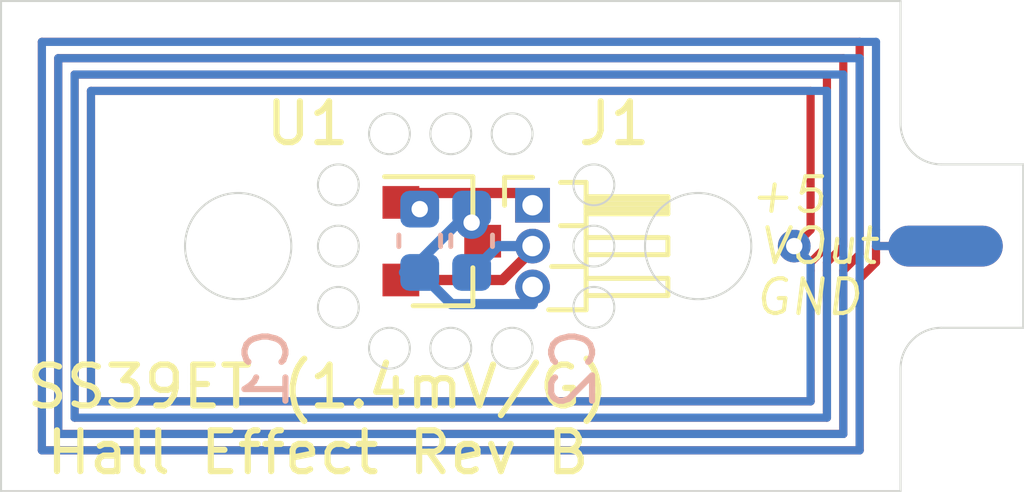
<source format=kicad_pcb>
(kicad_pcb (version 20171130) (host pcbnew "(5.1.8)-1")

  (general
    (thickness 1.6)
    (drawings 30)
    (tracks 73)
    (zones 0)
    (modules 4)
    (nets 4)
  )

  (page A4)
  (layers
    (0 F.Cu signal)
    (31 B.Cu signal hide)
    (32 B.Adhes user)
    (33 F.Adhes user hide)
    (34 B.Paste user hide)
    (35 F.Paste user hide)
    (36 B.SilkS user)
    (37 F.SilkS user)
    (38 B.Mask user hide)
    (39 F.Mask user hide)
    (40 Dwgs.User user hide)
    (41 Cmts.User user hide)
    (42 Eco1.User user hide)
    (43 Eco2.User user hide)
    (44 Edge.Cuts user)
    (45 Margin user hide)
    (46 B.CrtYd user hide)
    (47 F.CrtYd user hide)
    (48 B.Fab user hide)
    (49 F.Fab user hide)
  )

  (setup
    (last_trace_width 0.25)
    (user_trace_width 0.2)
    (user_trace_width 1)
    (trace_clearance 0.2)
    (zone_clearance 0.2508)
    (zone_45_only yes)
    (trace_min 0.2)
    (via_size 0.8)
    (via_drill 0.4)
    (via_min_size 0.4)
    (via_min_drill 0.3)
    (uvia_size 0.3)
    (uvia_drill 0.1)
    (uvias_allowed no)
    (uvia_min_size 0.2)
    (uvia_min_drill 0.1)
    (edge_width 0.05)
    (segment_width 0.2)
    (pcb_text_width 0.3)
    (pcb_text_size 1.5 1.5)
    (mod_edge_width 0.12)
    (mod_text_size 1 1)
    (mod_text_width 0.15)
    (pad_size 1.524 1.524)
    (pad_drill 0.762)
    (pad_to_mask_clearance 0)
    (aux_axis_origin 0 0)
    (visible_elements 7FFFFFFF)
    (pcbplotparams
      (layerselection 0x010fc_ffffffff)
      (usegerberextensions false)
      (usegerberattributes true)
      (usegerberadvancedattributes true)
      (creategerberjobfile true)
      (excludeedgelayer true)
      (linewidth 0.100000)
      (plotframeref false)
      (viasonmask false)
      (mode 1)
      (useauxorigin false)
      (hpglpennumber 1)
      (hpglpenspeed 20)
      (hpglpendiameter 15.000000)
      (psnegative false)
      (psa4output false)
      (plotreference true)
      (plotvalue true)
      (plotinvisibletext false)
      (padsonsilk false)
      (subtractmaskfromsilk false)
      (outputformat 1)
      (mirror false)
      (drillshape 0)
      (scaleselection 1)
      (outputdirectory "HallEffectGerber_V2update/"))
  )

  (net 0 "")
  (net 1 GND)
  (net 2 +5V)
  (net 3 "Net-(C2-Pad1)")

  (net_class Default "This is the default net class."
    (clearance 0.2)
    (trace_width 0.25)
    (via_dia 0.8)
    (via_drill 0.4)
    (uvia_dia 0.3)
    (uvia_drill 0.1)
    (add_net +5V)
    (add_net GND)
    (add_net "Net-(C2-Pad1)")
  )

  (module Package_TO_SOT_SMD:SOT-23 (layer F.Cu) (tedit 5A02FF57) (tstamp 5FE0115B)
    (at 170.780001 79.880001)
    (descr "SOT-23, Standard")
    (tags SOT-23)
    (path /60345513)
    (attr smd)
    (fp_text reference U1 (at -3.280001 -2.880001) (layer F.SilkS)
      (effects (font (size 1 1) (thickness 0.15)))
    )
    (fp_text value HallEffect (at 0 2.5) (layer F.Fab)
      (effects (font (size 1 1) (thickness 0.15)))
    )
    (fp_line (start -0.7 -0.95) (end -0.7 1.5) (layer F.Fab) (width 0.1))
    (fp_line (start -0.15 -1.52) (end 0.7 -1.52) (layer F.Fab) (width 0.1))
    (fp_line (start -0.7 -0.95) (end -0.15 -1.52) (layer F.Fab) (width 0.1))
    (fp_line (start 0.7 -1.52) (end 0.7 1.52) (layer F.Fab) (width 0.1))
    (fp_line (start -0.7 1.52) (end 0.7 1.52) (layer F.Fab) (width 0.1))
    (fp_line (start 0.76 1.58) (end 0.76 0.65) (layer F.SilkS) (width 0.12))
    (fp_line (start 0.76 -1.58) (end 0.76 -0.65) (layer F.SilkS) (width 0.12))
    (fp_line (start -1.7 -1.75) (end 1.7 -1.75) (layer F.CrtYd) (width 0.05))
    (fp_line (start 1.7 -1.75) (end 1.7 1.75) (layer F.CrtYd) (width 0.05))
    (fp_line (start 1.7 1.75) (end -1.7 1.75) (layer F.CrtYd) (width 0.05))
    (fp_line (start -1.7 1.75) (end -1.7 -1.75) (layer F.CrtYd) (width 0.05))
    (fp_line (start 0.76 -1.58) (end -1.4 -1.58) (layer F.SilkS) (width 0.12))
    (fp_line (start 0.76 1.58) (end -0.7 1.58) (layer F.SilkS) (width 0.12))
    (fp_text user %R (at 0 0 90) (layer F.Fab)
      (effects (font (size 0.5 0.5) (thickness 0.075)))
    )
    (pad 3 smd rect (at 1 0) (size 0.9 0.8) (layers F.Cu F.Paste F.Mask)
      (net 1 GND))
    (pad 2 smd rect (at -1 0.95) (size 0.9 0.8) (layers F.Cu F.Paste F.Mask)
      (net 3 "Net-(C2-Pad1)"))
    (pad 1 smd rect (at -1 -0.95) (size 0.9 0.8) (layers F.Cu F.Paste F.Mask)
      (net 2 +5V))
    (model ${KISYS3DMOD}/Package_TO_SOT_SMD.3dshapes/SOT-23.wrl
      (at (xyz 0 0 0))
      (scale (xyz 1 1 1))
      (rotate (xyz 0 0 0))
    )
  )

  (module Connector_PinHeader_1.00mm:PinHeader_1x03_P1.00mm_Horizontal (layer F.Cu) (tedit 59FED737) (tstamp 60F09BBC)
    (at 173 79)
    (descr "Through hole angled pin header, 1x03, 1.00mm pitch, 2.0mm pin length, single row")
    (tags "Through hole angled pin header THT 1x03 1.00mm single row")
    (path /60345D04)
    (fp_text reference J1 (at 2 -2) (layer F.SilkS)
      (effects (font (size 1 1) (thickness 0.15)))
    )
    (fp_text value Conn_01x03_Female (at 1.375 3.5) (layer F.Fab)
      (effects (font (size 1 1) (thickness 0.15)))
    )
    (fp_line (start 0.5 -0.5) (end 1.25 -0.5) (layer F.Fab) (width 0.1))
    (fp_line (start 1.25 -0.5) (end 1.25 2.5) (layer F.Fab) (width 0.1))
    (fp_line (start 1.25 2.5) (end 0.25 2.5) (layer F.Fab) (width 0.1))
    (fp_line (start 0.25 2.5) (end 0.25 -0.25) (layer F.Fab) (width 0.1))
    (fp_line (start 0.25 -0.25) (end 0.5 -0.5) (layer F.Fab) (width 0.1))
    (fp_line (start -0.15 -0.15) (end 0.25 -0.15) (layer F.Fab) (width 0.1))
    (fp_line (start -0.15 -0.15) (end -0.15 0.15) (layer F.Fab) (width 0.1))
    (fp_line (start -0.15 0.15) (end 0.25 0.15) (layer F.Fab) (width 0.1))
    (fp_line (start 1.25 -0.15) (end 3.25 -0.15) (layer F.Fab) (width 0.1))
    (fp_line (start 3.25 -0.15) (end 3.25 0.15) (layer F.Fab) (width 0.1))
    (fp_line (start 1.25 0.15) (end 3.25 0.15) (layer F.Fab) (width 0.1))
    (fp_line (start -0.15 0.85) (end 0.25 0.85) (layer F.Fab) (width 0.1))
    (fp_line (start -0.15 0.85) (end -0.15 1.15) (layer F.Fab) (width 0.1))
    (fp_line (start -0.15 1.15) (end 0.25 1.15) (layer F.Fab) (width 0.1))
    (fp_line (start 1.25 0.85) (end 3.25 0.85) (layer F.Fab) (width 0.1))
    (fp_line (start 3.25 0.85) (end 3.25 1.15) (layer F.Fab) (width 0.1))
    (fp_line (start 1.25 1.15) (end 3.25 1.15) (layer F.Fab) (width 0.1))
    (fp_line (start -0.15 1.85) (end 0.25 1.85) (layer F.Fab) (width 0.1))
    (fp_line (start -0.15 1.85) (end -0.15 2.15) (layer F.Fab) (width 0.1))
    (fp_line (start -0.15 2.15) (end 0.25 2.15) (layer F.Fab) (width 0.1))
    (fp_line (start 1.25 1.85) (end 3.25 1.85) (layer F.Fab) (width 0.1))
    (fp_line (start 3.25 1.85) (end 3.25 2.15) (layer F.Fab) (width 0.1))
    (fp_line (start 1.25 2.15) (end 3.25 2.15) (layer F.Fab) (width 0.1))
    (fp_line (start 0.685 -0.56) (end 1.31 -0.56) (layer F.SilkS) (width 0.12))
    (fp_line (start 1.31 -0.56) (end 1.31 2.56) (layer F.SilkS) (width 0.12))
    (fp_line (start 1.31 2.56) (end 0.394493 2.56) (layer F.SilkS) (width 0.12))
    (fp_line (start 1.31 -0.21) (end 3.31 -0.21) (layer F.SilkS) (width 0.12))
    (fp_line (start 3.31 -0.21) (end 3.31 0.21) (layer F.SilkS) (width 0.12))
    (fp_line (start 3.31 0.21) (end 1.31 0.21) (layer F.SilkS) (width 0.12))
    (fp_line (start 1.31 -0.15) (end 3.31 -0.15) (layer F.SilkS) (width 0.12))
    (fp_line (start 1.31 -0.03) (end 3.31 -0.03) (layer F.SilkS) (width 0.12))
    (fp_line (start 1.31 0.09) (end 3.31 0.09) (layer F.SilkS) (width 0.12))
    (fp_line (start 0.685 0.5) (end 1.31 0.5) (layer F.SilkS) (width 0.12))
    (fp_line (start 1.31 0.79) (end 3.31 0.79) (layer F.SilkS) (width 0.12))
    (fp_line (start 3.31 0.79) (end 3.31 1.21) (layer F.SilkS) (width 0.12))
    (fp_line (start 3.31 1.21) (end 1.31 1.21) (layer F.SilkS) (width 0.12))
    (fp_line (start 0.468215 1.5) (end 1.31 1.5) (layer F.SilkS) (width 0.12))
    (fp_line (start 1.31 1.79) (end 3.31 1.79) (layer F.SilkS) (width 0.12))
    (fp_line (start 3.31 1.79) (end 3.31 2.21) (layer F.SilkS) (width 0.12))
    (fp_line (start 3.31 2.21) (end 1.31 2.21) (layer F.SilkS) (width 0.12))
    (fp_line (start -0.685 0) (end -0.685 -0.685) (layer F.SilkS) (width 0.12))
    (fp_line (start -0.685 -0.685) (end 0 -0.685) (layer F.SilkS) (width 0.12))
    (fp_line (start -1 -1) (end -1 3) (layer F.CrtYd) (width 0.05))
    (fp_line (start -1 3) (end 3.75 3) (layer F.CrtYd) (width 0.05))
    (fp_line (start 3.75 3) (end 3.75 -1) (layer F.CrtYd) (width 0.05))
    (fp_line (start 3.75 -1) (end -1 -1) (layer F.CrtYd) (width 0.05))
    (fp_text user %R (at 0.75 1 90) (layer F.Fab)
      (effects (font (size 0.6 0.6) (thickness 0.09)))
    )
    (pad 3 thru_hole oval (at 0 2) (size 0.85 0.85) (drill 0.5) (layers *.Cu *.Mask)
      (net 1 GND))
    (pad 2 thru_hole oval (at 0 1) (size 0.85 0.85) (drill 0.5) (layers *.Cu *.Mask)
      (net 3 "Net-(C2-Pad1)"))
    (pad 1 thru_hole rect (at 0 0) (size 0.85 0.85) (drill 0.5) (layers *.Cu *.Mask)
      (net 2 +5V))
    (model ${KISYS3DMOD}/Connector_PinHeader_1.00mm.3dshapes/PinHeader_1x03_P1.00mm_Horizontal.wrl
      (at (xyz 0 0 0))
      (scale (xyz 1 1 1))
      (rotate (xyz 0 0 0))
    )
  )

  (module Capacitor_SMD:C_0603_1608Metric (layer B.Cu) (tedit 5F68FEEE) (tstamp 5FE01127)
    (at 171.51 79.87 90)
    (descr "Capacitor SMD 0603 (1608 Metric), square (rectangular) end terminal, IPC_7351 nominal, (Body size source: IPC-SM-782 page 76, https://www.pcb-3d.com/wordpress/wp-content/uploads/ipc-sm-782a_amendment_1_and_2.pdf), generated with kicad-footprint-generator")
    (tags capacitor)
    (path /60347730)
    (attr smd)
    (fp_text reference C2 (at -3.13 2.49 270) (layer B.SilkS)
      (effects (font (size 1 1) (thickness 0.15)) (justify mirror))
    )
    (fp_text value 100p (at 0 -1.43 270) (layer B.Fab)
      (effects (font (size 1 1) (thickness 0.15)) (justify mirror))
    )
    (fp_line (start -0.8 -0.4) (end -0.8 0.4) (layer B.Fab) (width 0.1))
    (fp_line (start -0.8 0.4) (end 0.8 0.4) (layer B.Fab) (width 0.1))
    (fp_line (start 0.8 0.4) (end 0.8 -0.4) (layer B.Fab) (width 0.1))
    (fp_line (start 0.8 -0.4) (end -0.8 -0.4) (layer B.Fab) (width 0.1))
    (fp_line (start -0.14058 0.51) (end 0.14058 0.51) (layer B.SilkS) (width 0.12))
    (fp_line (start -0.14058 -0.51) (end 0.14058 -0.51) (layer B.SilkS) (width 0.12))
    (fp_line (start -1.48 -0.73) (end -1.48 0.73) (layer B.CrtYd) (width 0.05))
    (fp_line (start -1.48 0.73) (end 1.48 0.73) (layer B.CrtYd) (width 0.05))
    (fp_line (start 1.48 0.73) (end 1.48 -0.73) (layer B.CrtYd) (width 0.05))
    (fp_line (start 1.48 -0.73) (end -1.48 -0.73) (layer B.CrtYd) (width 0.05))
    (fp_text user %R (at 0 0 270) (layer B.Fab)
      (effects (font (size 0.4 0.4) (thickness 0.06)) (justify mirror))
    )
    (pad 2 smd roundrect (at 0.775 0 90) (size 0.9 0.95) (layers B.Cu B.Paste B.Mask) (roundrect_rratio 0.25)
      (net 1 GND))
    (pad 1 smd roundrect (at -0.775 0 90) (size 0.9 0.95) (layers B.Cu B.Paste B.Mask) (roundrect_rratio 0.25)
      (net 3 "Net-(C2-Pad1)"))
    (model ${KISYS3DMOD}/Capacitor_SMD.3dshapes/C_0603_1608Metric.wrl
      (at (xyz 0 0 0))
      (scale (xyz 1 1 1))
      (rotate (xyz 0 0 0))
    )
  )

  (module Capacitor_SMD:C_0603_1608Metric (layer B.Cu) (tedit 5F68FEEE) (tstamp 5FE010F7)
    (at 170.24 79.87 270)
    (descr "Capacitor SMD 0603 (1608 Metric), square (rectangular) end terminal, IPC_7351 nominal, (Body size source: IPC-SM-782 page 76, https://www.pcb-3d.com/wordpress/wp-content/uploads/ipc-sm-782a_amendment_1_and_2.pdf), generated with kicad-footprint-generator")
    (tags capacitor)
    (path /603485C1)
    (attr smd)
    (fp_text reference C1 (at 3.13 3.74 270) (layer B.SilkS)
      (effects (font (size 1 1) (thickness 0.15)) (justify mirror))
    )
    (fp_text value 10n (at 0 -1.43 270) (layer B.Fab)
      (effects (font (size 1 1) (thickness 0.15)) (justify mirror))
    )
    (fp_line (start -0.8 -0.4) (end -0.8 0.4) (layer B.Fab) (width 0.1))
    (fp_line (start -0.8 0.4) (end 0.8 0.4) (layer B.Fab) (width 0.1))
    (fp_line (start 0.8 0.4) (end 0.8 -0.4) (layer B.Fab) (width 0.1))
    (fp_line (start 0.8 -0.4) (end -0.8 -0.4) (layer B.Fab) (width 0.1))
    (fp_line (start -0.14058 0.51) (end 0.14058 0.51) (layer B.SilkS) (width 0.12))
    (fp_line (start -0.14058 -0.51) (end 0.14058 -0.51) (layer B.SilkS) (width 0.12))
    (fp_line (start -1.48 -0.73) (end -1.48 0.73) (layer B.CrtYd) (width 0.05))
    (fp_line (start -1.48 0.73) (end 1.48 0.73) (layer B.CrtYd) (width 0.05))
    (fp_line (start 1.48 0.73) (end 1.48 -0.73) (layer B.CrtYd) (width 0.05))
    (fp_line (start 1.48 -0.73) (end -1.48 -0.73) (layer B.CrtYd) (width 0.05))
    (fp_text user %R (at 0 0 270) (layer B.Fab)
      (effects (font (size 0.4 0.4) (thickness 0.06)) (justify mirror))
    )
    (pad 2 smd roundrect (at 0.775 0 270) (size 0.9 0.95) (layers B.Cu B.Paste B.Mask) (roundrect_rratio 0.25)
      (net 1 GND))
    (pad 1 smd roundrect (at -0.775 0 270) (size 0.9 0.95) (layers B.Cu B.Paste B.Mask) (roundrect_rratio 0.25)
      (net 2 +5V))
    (model ${KISYS3DMOD}/Capacitor_SMD.3dshapes/C_0603_1608Metric.wrl
      (at (xyz 0 0 0))
      (scale (xyz 1 1 1))
      (rotate (xyz 0 0 0))
    )
  )

  (gr_circle (center 168.25 81.5) (end 168.75 81.5) (layer Edge.Cuts) (width 0.05) (tstamp 6144A97A))
  (gr_text GND (at 179.75 81.25) (layer F.SilkS) (tstamp 60F09D5D)
    (effects (font (size 0.85 0.85) (thickness 0.1) italic))
  )
  (gr_text VOut (at 180 80) (layer F.SilkS) (tstamp 60F09D5A)
    (effects (font (size 0.85 0.85) (thickness 0.1) italic))
  )
  (gr_text +5 (at 179.25 78.75) (layer F.SilkS)
    (effects (font (size 0.85 0.85) (thickness 0.1) italic))
  )
  (gr_circle (center 174.5 80) (end 175 80) (layer Edge.Cuts) (width 0.05) (tstamp 6144AA41))
  (gr_circle (center 174.5 81.5) (end 175 81.5) (layer Edge.Cuts) (width 0.05) (tstamp 6144AA3E))
  (gr_circle (center 174.5 78.5) (end 175 78.5) (layer Edge.Cuts) (width 0.05) (tstamp 6144AA44))
  (gr_circle (center 171 77.25) (end 171.5 77.25) (layer Edge.Cuts) (width 0.05) (tstamp 60F09B08))
  (gr_circle (center 172.5 77.25) (end 173 77.25) (layer Edge.Cuts) (width 0.05) (tstamp 60F09B06))
  (gr_circle (center 169.5 77.25) (end 170 77.25) (layer Edge.Cuts) (width 0.05) (tstamp 60F09B05))
  (gr_circle (center 171 82.5) (end 171.5 82.5) (layer Edge.Cuts) (width 0.05) (tstamp 60F09AF4))
  (gr_circle (center 172.5 82.5) (end 173 82.5) (layer Edge.Cuts) (width 0.05) (tstamp 60F09AF2))
  (gr_circle (center 169.5 82.5) (end 170 82.5) (layer Edge.Cuts) (width 0.05) (tstamp 60F09AF1))
  (gr_circle (center 168.25 80) (end 168.75 80) (layer Edge.Cuts) (width 0.05) (tstamp 6144A97D))
  (gr_circle (center 168.25 78.5) (end 168.75 78.5) (layer Edge.Cuts) (width 0.05) (tstamp 6144A986))
  (gr_text "SS39ET (1.4mV/G)\nHall Effect Rev B" (at 167.75 84.25) (layer F.SilkS)
    (effects (font (size 1 1) (thickness 0.15)))
  )
  (gr_circle (center 177.05 80) (end 178.35 80) (layer Edge.Cuts) (width 0.05))
  (gr_circle (center 165.8 80) (end 167.1 80) (layer Edge.Cuts) (width 0.05))
  (gr_poly (pts (xy 184.6 80.6) (xy 181.8 80.6) (xy 181.8 79.4) (xy 184.6 79.4)) (layer B.Mask) (width 0.1))
  (gr_poly (pts (xy 184.6 80.6) (xy 181.8 80.6) (xy 181.8 79.4) (xy 184.6 79.4)) (layer F.Mask) (width 0.1))
  (gr_line (start 183 78) (end 185 78) (layer Edge.Cuts) (width 0.05) (tstamp 5FE00FA8))
  (gr_line (start 182 77) (end 182 74) (layer Edge.Cuts) (width 0.05) (tstamp 5FE00FA7))
  (gr_line (start 182 83) (end 182 86) (layer Edge.Cuts) (width 0.05) (tstamp 5FE00FA6))
  (gr_line (start 183 82) (end 185 82) (layer Edge.Cuts) (width 0.05) (tstamp 5FE00FA5))
  (gr_arc (start 183 77) (end 182 77) (angle -90) (layer Edge.Cuts) (width 0.05))
  (gr_arc (start 183 83) (end 183 82) (angle -90) (layer Edge.Cuts) (width 0.05))
  (gr_line (start 182 74) (end 160 74) (layer Edge.Cuts) (width 0.05) (tstamp 5FE00F25))
  (gr_line (start 185 82) (end 185 78) (layer Edge.Cuts) (width 0.05))
  (gr_line (start 160 86) (end 182 86) (layer Edge.Cuts) (width 0.05))
  (gr_line (start 160 74) (end 160 86) (layer Edge.Cuts) (width 0.05))

  (segment (start 181 75) (end 161 75) (width 0.2) (layer B.Cu) (net 0))
  (segment (start 161 75) (end 161 85) (width 0.2) (layer B.Cu) (net 0))
  (segment (start 161 85) (end 181 85) (width 0.2) (layer B.Cu) (net 0))
  (segment (start 181 85) (end 181 75.4) (width 0.2) (layer B.Cu) (net 0))
  (segment (start 181 75.4) (end 161.4 75.4) (width 0.2) (layer B.Cu) (net 0))
  (segment (start 161.4 75.4) (end 161.4 84.6) (width 0.2) (layer B.Cu) (net 0))
  (segment (start 161.4 84.6) (end 180.6 84.6) (width 0.2) (layer B.Cu) (net 0))
  (segment (start 180.6 84.6) (end 180.6 75.8) (width 0.2) (layer B.Cu) (net 0))
  (segment (start 180.6 75.8) (end 161.8 75.8) (width 0.2) (layer B.Cu) (net 0))
  (segment (start 161.8 75.8) (end 161.8 84.2) (width 0.2) (layer B.Cu) (net 0))
  (segment (start 161.8 84.2) (end 180.2 84.2) (width 0.2) (layer B.Cu) (net 0))
  (segment (start 180.2 84.2) (end 180.2 76.2) (width 0.2) (layer B.Cu) (net 0))
  (segment (start 180.2 76.2) (end 162.2 76.2) (width 0.2) (layer B.Cu) (net 0))
  (segment (start 162.2 76.2) (end 162.2 83.8) (width 0.2) (layer B.Cu) (net 0))
  (segment (start 162.2 83.8) (end 179.8 83.8) (width 0.2) (layer B.Cu) (net 0))
  (via (at 179.4 80) (size 0.8) (drill 0.4) (layers F.Cu B.Cu) (net 0))
  (segment (start 179.8 80.4) (end 179.4 80) (width 0.2) (layer B.Cu) (net 0))
  (segment (start 179.8 83.8) (end 179.8 80.4) (width 0.2) (layer B.Cu) (net 0))
  (segment (start 179.4 80) (end 179.8 79.6) (width 0.2) (layer F.Cu) (net 0))
  (segment (start 179.8 79.6) (end 179.8 76.2) (width 0.2) (layer F.Cu) (net 0))
  (segment (start 179.8 76.2) (end 162.2 76.2) (width 0.2) (layer F.Cu) (net 0))
  (segment (start 162.2 76.2) (end 162.2 83.8) (width 0.2) (layer F.Cu) (net 0))
  (segment (start 162.2 83.8) (end 179.8 83.8) (width 0.2) (layer F.Cu) (net 0))
  (segment (start 179.8 83.8) (end 179.8 80.6) (width 0.2) (layer F.Cu) (net 0))
  (segment (start 179.8 80.6) (end 179.8 80.4) (width 0.2) (layer F.Cu) (net 0))
  (segment (start 179.8 80.4) (end 180.2 80) (width 0.2) (layer F.Cu) (net 0))
  (segment (start 180.2 80) (end 180.2 75.8) (width 0.2) (layer F.Cu) (net 0))
  (segment (start 180.2 75.8) (end 161.8 75.8) (width 0.2) (layer F.Cu) (net 0))
  (segment (start 161.8 75.8) (end 161.8 84.2) (width 0.2) (layer F.Cu) (net 0))
  (segment (start 161.8 84.2) (end 180.2 84.2) (width 0.2) (layer F.Cu) (net 0))
  (segment (start 180.2 84.2) (end 180.2 80.6) (width 0.2) (layer F.Cu) (net 0))
  (segment (start 180.2 80.6) (end 180.2 80.4) (width 0.2) (layer F.Cu) (net 0))
  (segment (start 180.2 80.4) (end 180.6 80) (width 0.2) (layer F.Cu) (net 0))
  (segment (start 180.6 80) (end 180.6 75.4) (width 0.2) (layer F.Cu) (net 0))
  (segment (start 180.6 75.4) (end 161.4 75.4) (width 0.2) (layer F.Cu) (net 0))
  (segment (start 161.4 75.4) (end 161.4 84.6) (width 0.2) (layer F.Cu) (net 0))
  (segment (start 161.4 84.6) (end 180.6 84.6) (width 0.2) (layer F.Cu) (net 0))
  (segment (start 180.6 84.6) (end 180.6 80.6) (width 0.2) (layer F.Cu) (net 0))
  (segment (start 180.6 80.6) (end 181 80.2) (width 0.2) (layer F.Cu) (net 0))
  (segment (start 181 80.2) (end 181 75) (width 0.2) (layer F.Cu) (net 0))
  (segment (start 181 75) (end 161 75) (width 0.2) (layer F.Cu) (net 0))
  (segment (start 161 75) (end 161 85) (width 0.2) (layer F.Cu) (net 0))
  (segment (start 161 85) (end 181 85) (width 0.2) (layer F.Cu) (net 0))
  (segment (start 181 85) (end 181 80.8) (width 0.2) (layer F.Cu) (net 0))
  (segment (start 181 80.8) (end 181.4 80.4) (width 0.2) (layer F.Cu) (net 0))
  (segment (start 181.4 80.4) (end 181.4 80) (width 0.2) (layer F.Cu) (net 0))
  (segment (start 181 75) (end 181.4 75) (width 0.2) (layer B.Cu) (net 0))
  (segment (start 181.4 75) (end 181.4 79.6) (width 0.2) (layer B.Cu) (net 0))
  (segment (start 181.4 79.6) (end 181.4 80) (width 0.2) (layer B.Cu) (net 0))
  (segment (start 184 80) (end 182.2 80) (width 1) (layer B.Cu) (net 0))
  (segment (start 181.4 80) (end 182.2 80) (width 0.2) (layer B.Cu) (net 0))
  (segment (start 170.24 80.365) (end 171.51 79.095) (width 0.25) (layer B.Cu) (net 1))
  (segment (start 170.24 80.645) (end 170.24 80.365) (width 0.25) (layer B.Cu) (net 1))
  (segment (start 170.24 80.645) (end 169.855197 80.645) (width 0.25) (layer B.Cu) (net 1))
  (segment (start 170.24 80.645) (end 171.01501 81.42001) (width 0.25) (layer B.Cu) (net 1))
  (via (at 171.51 79.425) (size 0.8) (drill 0.4) (layers F.Cu B.Cu) (net 1))
  (segment (start 171.780001 79.695001) (end 171.51 79.425) (width 0.25) (layer F.Cu) (net 1))
  (segment (start 171.780001 79.880001) (end 171.780001 79.695001) (width 0.25) (layer F.Cu) (net 1))
  (segment (start 171.01501 81.42001) (end 173.00499 81.42001) (width 0.25) (layer B.Cu) (net 1))
  (segment (start 173 81.41502) (end 173.00499 81.42001) (width 0.25) (layer B.Cu) (net 1))
  (segment (start 173 81) (end 173 81.41502) (width 0.25) (layer B.Cu) (net 1))
  (segment (start 181.4 80) (end 184 80) (width 0.2) (layer F.Cu) (net 2))
  (segment (start 184 80) (end 182.20001 80) (width 1) (layer F.Cu) (net 2))
  (segment (start 170.010002 78.7) (end 169.780001 78.930001) (width 0.25) (layer F.Cu) (net 2))
  (segment (start 173.105 78.7) (end 170.010002 78.7) (width 0.25) (layer F.Cu) (net 2))
  (via (at 170.24 79.095) (size 0.8) (drill 0.4) (layers F.Cu B.Cu) (net 2))
  (segment (start 170.075001 78.930001) (end 170.24 79.095) (width 0.25) (layer F.Cu) (net 2))
  (segment (start 169.780001 78.930001) (end 170.075001 78.930001) (width 0.25) (layer F.Cu) (net 2))
  (segment (start 171.51 80.645) (end 172.145 80.01) (width 0.25) (layer B.Cu) (net 3))
  (segment (start 172.265003 80.830001) (end 173.085004 80.01) (width 0.25) (layer F.Cu) (net 3) (tstamp 5FE01040))
  (segment (start 169.780001 80.830001) (end 172.265003 80.830001) (width 0.25) (layer F.Cu) (net 3) (tstamp 5FE0103D))
  (segment (start 172.155 80) (end 172.145 80.01) (width 0.25) (layer B.Cu) (net 3))
  (segment (start 173 80) (end 172.155 80) (width 0.25) (layer B.Cu) (net 3))

)

</source>
